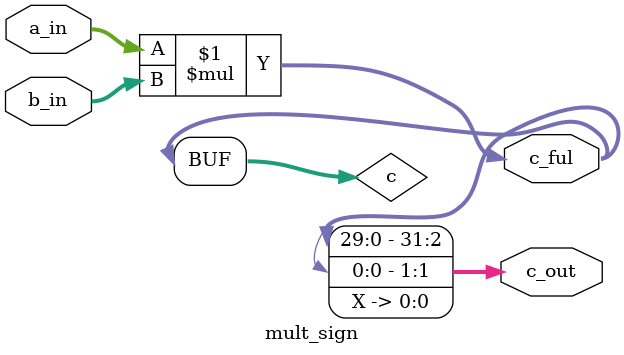
<source format=sv>
module mult_sign #(
  parameter DW     = 32, // 
  parameter INT1_I = 32, // (32.0)
  parameter INT2_I = 32, // (32.0)
  parameter INT3_O = 32  // (32.0)
) (
  input  signed [DW-1  :0] a_in , // (INT1_I.FRQ1_I)
  input  signed [DW-1  :0] b_in , // (INT2_I.FRQ2_I)
  output signed [DW-1  :0] c_out, // (INT3_O.FRQ3_O)
  output signed [DW*2-1:0] c_ful  // (INT3_O.FRQ3_O)
);

localparam FRQ1_I  = DW     - INT1_I; // 
localparam FRQ2_I  = DW     - INT2_I; // 
localparam FRQ3_O  = DW     - INT3_O; // 16
localparam INT3    = INT1_I + INT2_I; // 20
localparam FRQ3    = DW     - INT3_O; // 44

logic signed [DW*2-1:0] c; // (INT3.FRQ3)

assign c = a_in * b_in;

assign c_out = {c[DW*2-1], c[DW*2-INT3+INT3_O-2:DW*2-INT3], c[DW*2-INT3-1:DW*2-INT3-FRQ3_O]};
assign c_ful = c;

endmodule
</source>
